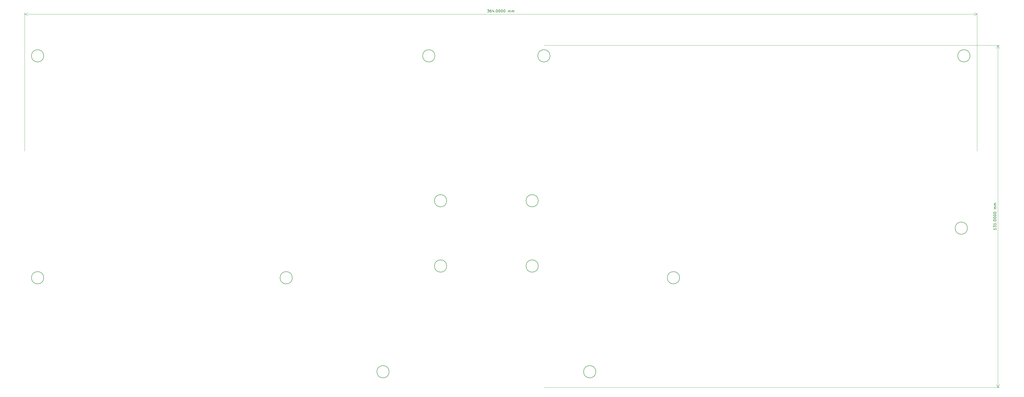
<source format=gbr>
%TF.GenerationSoftware,KiCad,Pcbnew,(6.0.10)*%
%TF.CreationDate,2023-07-04T22:41:52+12:00*%
%TF.ProjectId,orthoCode,6f727468-6f43-46f6-9465-2e6b69636164,rev?*%
%TF.SameCoordinates,Original*%
%TF.FileFunction,Other,Comment*%
%FSLAX46Y46*%
G04 Gerber Fmt 4.6, Leading zero omitted, Abs format (unit mm)*
G04 Created by KiCad (PCBNEW (6.0.10)) date 2023-07-04 22:41:52*
%MOMM*%
%LPD*%
G01*
G04 APERTURE LIST*
%ADD10C,0.150000*%
%ADD11C,0.100000*%
G04 APERTURE END LIST*
D10*
X397302380Y-128023809D02*
X397302380Y-128595238D01*
X397302380Y-128309523D02*
X396302380Y-128309523D01*
X396445238Y-128404761D01*
X396540476Y-128500000D01*
X396588095Y-128595238D01*
X396302380Y-127690476D02*
X396302380Y-127071428D01*
X396683333Y-127404761D01*
X396683333Y-127261904D01*
X396730952Y-127166666D01*
X396778571Y-127119047D01*
X396873809Y-127071428D01*
X397111904Y-127071428D01*
X397207142Y-127119047D01*
X397254761Y-127166666D01*
X397302380Y-127261904D01*
X397302380Y-127547619D01*
X397254761Y-127642857D01*
X397207142Y-127690476D01*
X397302380Y-126119047D02*
X397302380Y-126690476D01*
X397302380Y-126404761D02*
X396302380Y-126404761D01*
X396445238Y-126500000D01*
X396540476Y-126595238D01*
X396588095Y-126690476D01*
X397207142Y-125690476D02*
X397254761Y-125642857D01*
X397302380Y-125690476D01*
X397254761Y-125738095D01*
X397207142Y-125690476D01*
X397302380Y-125690476D01*
X396302380Y-125023809D02*
X396302380Y-124928571D01*
X396350000Y-124833333D01*
X396397619Y-124785714D01*
X396492857Y-124738095D01*
X396683333Y-124690476D01*
X396921428Y-124690476D01*
X397111904Y-124738095D01*
X397207142Y-124785714D01*
X397254761Y-124833333D01*
X397302380Y-124928571D01*
X397302380Y-125023809D01*
X397254761Y-125119047D01*
X397207142Y-125166666D01*
X397111904Y-125214285D01*
X396921428Y-125261904D01*
X396683333Y-125261904D01*
X396492857Y-125214285D01*
X396397619Y-125166666D01*
X396350000Y-125119047D01*
X396302380Y-125023809D01*
X396302380Y-124071428D02*
X396302380Y-123976190D01*
X396350000Y-123880952D01*
X396397619Y-123833333D01*
X396492857Y-123785714D01*
X396683333Y-123738095D01*
X396921428Y-123738095D01*
X397111904Y-123785714D01*
X397207142Y-123833333D01*
X397254761Y-123880952D01*
X397302380Y-123976190D01*
X397302380Y-124071428D01*
X397254761Y-124166666D01*
X397207142Y-124214285D01*
X397111904Y-124261904D01*
X396921428Y-124309523D01*
X396683333Y-124309523D01*
X396492857Y-124261904D01*
X396397619Y-124214285D01*
X396350000Y-124166666D01*
X396302380Y-124071428D01*
X396302380Y-123119047D02*
X396302380Y-123023809D01*
X396350000Y-122928571D01*
X396397619Y-122880952D01*
X396492857Y-122833333D01*
X396683333Y-122785714D01*
X396921428Y-122785714D01*
X397111904Y-122833333D01*
X397207142Y-122880952D01*
X397254761Y-122928571D01*
X397302380Y-123023809D01*
X397302380Y-123119047D01*
X397254761Y-123214285D01*
X397207142Y-123261904D01*
X397111904Y-123309523D01*
X396921428Y-123357142D01*
X396683333Y-123357142D01*
X396492857Y-123309523D01*
X396397619Y-123261904D01*
X396350000Y-123214285D01*
X396302380Y-123119047D01*
X396302380Y-122166666D02*
X396302380Y-122071428D01*
X396350000Y-121976190D01*
X396397619Y-121928571D01*
X396492857Y-121880952D01*
X396683333Y-121833333D01*
X396921428Y-121833333D01*
X397111904Y-121880952D01*
X397207142Y-121928571D01*
X397254761Y-121976190D01*
X397302380Y-122071428D01*
X397302380Y-122166666D01*
X397254761Y-122261904D01*
X397207142Y-122309523D01*
X397111904Y-122357142D01*
X396921428Y-122404761D01*
X396683333Y-122404761D01*
X396492857Y-122357142D01*
X396397619Y-122309523D01*
X396350000Y-122261904D01*
X396302380Y-122166666D01*
X397302380Y-120642857D02*
X396635714Y-120642857D01*
X396730952Y-120642857D02*
X396683333Y-120595238D01*
X396635714Y-120500000D01*
X396635714Y-120357142D01*
X396683333Y-120261904D01*
X396778571Y-120214285D01*
X397302380Y-120214285D01*
X396778571Y-120214285D02*
X396683333Y-120166666D01*
X396635714Y-120071428D01*
X396635714Y-119928571D01*
X396683333Y-119833333D01*
X396778571Y-119785714D01*
X397302380Y-119785714D01*
X397302380Y-119309523D02*
X396635714Y-119309523D01*
X396730952Y-119309523D02*
X396683333Y-119261904D01*
X396635714Y-119166666D01*
X396635714Y-119023809D01*
X396683333Y-118928571D01*
X396778571Y-118880952D01*
X397302380Y-118880952D01*
X396778571Y-118880952D02*
X396683333Y-118833333D01*
X396635714Y-118738095D01*
X396635714Y-118595238D01*
X396683333Y-118500000D01*
X396778571Y-118452380D01*
X397302380Y-118452380D01*
D11*
X224500000Y-58000000D02*
X398586420Y-58000000D01*
X224500000Y-189000000D02*
X398586420Y-189000000D01*
X398000000Y-58000000D02*
X398000000Y-189000000D01*
X398000000Y-58000000D02*
X398000000Y-189000000D01*
X398000000Y-58000000D02*
X397413579Y-59126504D01*
X398000000Y-58000000D02*
X398586421Y-59126504D01*
X398000000Y-189000000D02*
X398586421Y-187873496D01*
X398000000Y-189000000D02*
X397413579Y-187873496D01*
D10*
X202857142Y-44302380D02*
X203476190Y-44302380D01*
X203142857Y-44683333D01*
X203285714Y-44683333D01*
X203380952Y-44730952D01*
X203428571Y-44778571D01*
X203476190Y-44873809D01*
X203476190Y-45111904D01*
X203428571Y-45207142D01*
X203380952Y-45254761D01*
X203285714Y-45302380D01*
X203000000Y-45302380D01*
X202904761Y-45254761D01*
X202857142Y-45207142D01*
X204333333Y-44302380D02*
X204142857Y-44302380D01*
X204047619Y-44350000D01*
X204000000Y-44397619D01*
X203904761Y-44540476D01*
X203857142Y-44730952D01*
X203857142Y-45111904D01*
X203904761Y-45207142D01*
X203952380Y-45254761D01*
X204047619Y-45302380D01*
X204238095Y-45302380D01*
X204333333Y-45254761D01*
X204380952Y-45207142D01*
X204428571Y-45111904D01*
X204428571Y-44873809D01*
X204380952Y-44778571D01*
X204333333Y-44730952D01*
X204238095Y-44683333D01*
X204047619Y-44683333D01*
X203952380Y-44730952D01*
X203904761Y-44778571D01*
X203857142Y-44873809D01*
X205285714Y-44635714D02*
X205285714Y-45302380D01*
X205047619Y-44254761D02*
X204809523Y-44969047D01*
X205428571Y-44969047D01*
X205809523Y-45207142D02*
X205857142Y-45254761D01*
X205809523Y-45302380D01*
X205761904Y-45254761D01*
X205809523Y-45207142D01*
X205809523Y-45302380D01*
X206476190Y-44302380D02*
X206571428Y-44302380D01*
X206666666Y-44350000D01*
X206714285Y-44397619D01*
X206761904Y-44492857D01*
X206809523Y-44683333D01*
X206809523Y-44921428D01*
X206761904Y-45111904D01*
X206714285Y-45207142D01*
X206666666Y-45254761D01*
X206571428Y-45302380D01*
X206476190Y-45302380D01*
X206380952Y-45254761D01*
X206333333Y-45207142D01*
X206285714Y-45111904D01*
X206238095Y-44921428D01*
X206238095Y-44683333D01*
X206285714Y-44492857D01*
X206333333Y-44397619D01*
X206380952Y-44350000D01*
X206476190Y-44302380D01*
X207428571Y-44302380D02*
X207523809Y-44302380D01*
X207619047Y-44350000D01*
X207666666Y-44397619D01*
X207714285Y-44492857D01*
X207761904Y-44683333D01*
X207761904Y-44921428D01*
X207714285Y-45111904D01*
X207666666Y-45207142D01*
X207619047Y-45254761D01*
X207523809Y-45302380D01*
X207428571Y-45302380D01*
X207333333Y-45254761D01*
X207285714Y-45207142D01*
X207238095Y-45111904D01*
X207190476Y-44921428D01*
X207190476Y-44683333D01*
X207238095Y-44492857D01*
X207285714Y-44397619D01*
X207333333Y-44350000D01*
X207428571Y-44302380D01*
X208380952Y-44302380D02*
X208476190Y-44302380D01*
X208571428Y-44350000D01*
X208619047Y-44397619D01*
X208666666Y-44492857D01*
X208714285Y-44683333D01*
X208714285Y-44921428D01*
X208666666Y-45111904D01*
X208619047Y-45207142D01*
X208571428Y-45254761D01*
X208476190Y-45302380D01*
X208380952Y-45302380D01*
X208285714Y-45254761D01*
X208238095Y-45207142D01*
X208190476Y-45111904D01*
X208142857Y-44921428D01*
X208142857Y-44683333D01*
X208190476Y-44492857D01*
X208238095Y-44397619D01*
X208285714Y-44350000D01*
X208380952Y-44302380D01*
X209333333Y-44302380D02*
X209428571Y-44302380D01*
X209523809Y-44350000D01*
X209571428Y-44397619D01*
X209619047Y-44492857D01*
X209666666Y-44683333D01*
X209666666Y-44921428D01*
X209619047Y-45111904D01*
X209571428Y-45207142D01*
X209523809Y-45254761D01*
X209428571Y-45302380D01*
X209333333Y-45302380D01*
X209238095Y-45254761D01*
X209190476Y-45207142D01*
X209142857Y-45111904D01*
X209095238Y-44921428D01*
X209095238Y-44683333D01*
X209142857Y-44492857D01*
X209190476Y-44397619D01*
X209238095Y-44350000D01*
X209333333Y-44302380D01*
X210857142Y-45302380D02*
X210857142Y-44635714D01*
X210857142Y-44730952D02*
X210904761Y-44683333D01*
X211000000Y-44635714D01*
X211142857Y-44635714D01*
X211238095Y-44683333D01*
X211285714Y-44778571D01*
X211285714Y-45302380D01*
X211285714Y-44778571D02*
X211333333Y-44683333D01*
X211428571Y-44635714D01*
X211571428Y-44635714D01*
X211666666Y-44683333D01*
X211714285Y-44778571D01*
X211714285Y-45302380D01*
X212190476Y-45302380D02*
X212190476Y-44635714D01*
X212190476Y-44730952D02*
X212238095Y-44683333D01*
X212333333Y-44635714D01*
X212476190Y-44635714D01*
X212571428Y-44683333D01*
X212619047Y-44778571D01*
X212619047Y-45302380D01*
X212619047Y-44778571D02*
X212666666Y-44683333D01*
X212761904Y-44635714D01*
X212904761Y-44635714D01*
X213000000Y-44683333D01*
X213047619Y-44778571D01*
X213047619Y-45302380D01*
D11*
X390000000Y-98500000D02*
X390000000Y-45413580D01*
X26000000Y-98500000D02*
X26000000Y-45413580D01*
X390000000Y-46000000D02*
X26000000Y-46000000D01*
X390000000Y-46000000D02*
X26000000Y-46000000D01*
X390000000Y-46000000D02*
X388873496Y-45413579D01*
X390000000Y-46000000D02*
X388873496Y-46586421D01*
X26000000Y-46000000D02*
X27126504Y-46586421D01*
X26000000Y-46000000D02*
X27126504Y-45413579D01*
D10*
%TO.C,REF\u002A\u002A*%
X182850000Y-62000000D02*
G75*
G03*
X182850000Y-62000000I-2350000J0D01*
G01*
X276350000Y-147000000D02*
G75*
G03*
X276350000Y-147000000I-2350000J0D01*
G01*
X187350000Y-142500000D02*
G75*
G03*
X187350000Y-142500000I-2350000J0D01*
G01*
X386350000Y-128000000D02*
G75*
G03*
X386350000Y-128000000I-2350000J0D01*
G01*
X387350000Y-62000000D02*
G75*
G03*
X387350000Y-62000000I-2350000J0D01*
G01*
X165350000Y-183000000D02*
G75*
G03*
X165350000Y-183000000I-2350000J0D01*
G01*
X187350000Y-117500000D02*
G75*
G03*
X187350000Y-117500000I-2350000J0D01*
G01*
X33350000Y-62000000D02*
G75*
G03*
X33350000Y-62000000I-2350000J0D01*
G01*
X222350000Y-117500000D02*
G75*
G03*
X222350000Y-117500000I-2350000J0D01*
G01*
X244350000Y-183000000D02*
G75*
G03*
X244350000Y-183000000I-2350000J0D01*
G01*
X33350000Y-147000000D02*
G75*
G03*
X33350000Y-147000000I-2350000J0D01*
G01*
X222350000Y-142500000D02*
G75*
G03*
X222350000Y-142500000I-2350000J0D01*
G01*
X128350000Y-147000000D02*
G75*
G03*
X128350000Y-147000000I-2350000J0D01*
G01*
X226850000Y-62000000D02*
G75*
G03*
X226850000Y-62000000I-2350000J0D01*
G01*
%TD*%
M02*

</source>
